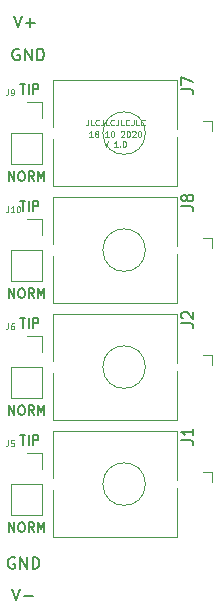
<source format=gbr>
%TF.GenerationSoftware,KiCad,Pcbnew,(5.1.6)-1*%
%TF.CreationDate,2020-10-18T20:28:26+13:00*%
%TF.ProjectId,Jacks onboard,4a61636b-7320-46f6-9e62-6f6172642e6b,rev?*%
%TF.SameCoordinates,Original*%
%TF.FileFunction,Legend,Top*%
%TF.FilePolarity,Positive*%
%FSLAX46Y46*%
G04 Gerber Fmt 4.6, Leading zero omitted, Abs format (unit mm)*
G04 Created by KiCad (PCBNEW (5.1.6)-1) date 2020-10-18 20:28:26*
%MOMM*%
%LPD*%
G01*
G04 APERTURE LIST*
%ADD10C,0.100000*%
%ADD11C,0.150000*%
%ADD12C,0.120000*%
%ADD13C,0.125000*%
G04 APERTURE END LIST*
D10*
X180095238Y-60401190D02*
X179809523Y-60401190D01*
X179952380Y-60401190D02*
X179952380Y-59901190D01*
X179904761Y-59972619D01*
X179857142Y-60020238D01*
X179809523Y-60044047D01*
X180380952Y-60115476D02*
X180333333Y-60091666D01*
X180309523Y-60067857D01*
X180285714Y-60020238D01*
X180285714Y-59996428D01*
X180309523Y-59948809D01*
X180333333Y-59925000D01*
X180380952Y-59901190D01*
X180476190Y-59901190D01*
X180523809Y-59925000D01*
X180547619Y-59948809D01*
X180571428Y-59996428D01*
X180571428Y-60020238D01*
X180547619Y-60067857D01*
X180523809Y-60091666D01*
X180476190Y-60115476D01*
X180380952Y-60115476D01*
X180333333Y-60139285D01*
X180309523Y-60163095D01*
X180285714Y-60210714D01*
X180285714Y-60305952D01*
X180309523Y-60353571D01*
X180333333Y-60377380D01*
X180380952Y-60401190D01*
X180476190Y-60401190D01*
X180523809Y-60377380D01*
X180547619Y-60353571D01*
X180571428Y-60305952D01*
X180571428Y-60210714D01*
X180547619Y-60163095D01*
X180523809Y-60139285D01*
X180476190Y-60115476D01*
X181428571Y-60401190D02*
X181142857Y-60401190D01*
X181285714Y-60401190D02*
X181285714Y-59901190D01*
X181238095Y-59972619D01*
X181190476Y-60020238D01*
X181142857Y-60044047D01*
X181738095Y-59901190D02*
X181785714Y-59901190D01*
X181833333Y-59925000D01*
X181857142Y-59948809D01*
X181880952Y-59996428D01*
X181904761Y-60091666D01*
X181904761Y-60210714D01*
X181880952Y-60305952D01*
X181857142Y-60353571D01*
X181833333Y-60377380D01*
X181785714Y-60401190D01*
X181738095Y-60401190D01*
X181690476Y-60377380D01*
X181666666Y-60353571D01*
X181642857Y-60305952D01*
X181619047Y-60210714D01*
X181619047Y-60091666D01*
X181642857Y-59996428D01*
X181666666Y-59948809D01*
X181690476Y-59925000D01*
X181738095Y-59901190D01*
X182476190Y-59948809D02*
X182500000Y-59925000D01*
X182547619Y-59901190D01*
X182666666Y-59901190D01*
X182714285Y-59925000D01*
X182738095Y-59948809D01*
X182761904Y-59996428D01*
X182761904Y-60044047D01*
X182738095Y-60115476D01*
X182452380Y-60401190D01*
X182761904Y-60401190D01*
X183071428Y-59901190D02*
X183119047Y-59901190D01*
X183166666Y-59925000D01*
X183190476Y-59948809D01*
X183214285Y-59996428D01*
X183238095Y-60091666D01*
X183238095Y-60210714D01*
X183214285Y-60305952D01*
X183190476Y-60353571D01*
X183166666Y-60377380D01*
X183119047Y-60401190D01*
X183071428Y-60401190D01*
X183023809Y-60377380D01*
X183000000Y-60353571D01*
X182976190Y-60305952D01*
X182952380Y-60210714D01*
X182952380Y-60091666D01*
X182976190Y-59996428D01*
X183000000Y-59948809D01*
X183023809Y-59925000D01*
X183071428Y-59901190D01*
X183428571Y-59948809D02*
X183452380Y-59925000D01*
X183500000Y-59901190D01*
X183619047Y-59901190D01*
X183666666Y-59925000D01*
X183690476Y-59948809D01*
X183714285Y-59996428D01*
X183714285Y-60044047D01*
X183690476Y-60115476D01*
X183404761Y-60401190D01*
X183714285Y-60401190D01*
X184023809Y-59901190D02*
X184071428Y-59901190D01*
X184119047Y-59925000D01*
X184142857Y-59948809D01*
X184166666Y-59996428D01*
X184190476Y-60091666D01*
X184190476Y-60210714D01*
X184166666Y-60305952D01*
X184142857Y-60353571D01*
X184119047Y-60377380D01*
X184071428Y-60401190D01*
X184023809Y-60401190D01*
X183976190Y-60377380D01*
X183952380Y-60353571D01*
X183928571Y-60305952D01*
X183904761Y-60210714D01*
X183904761Y-60091666D01*
X183928571Y-59996428D01*
X183952380Y-59948809D01*
X183976190Y-59925000D01*
X184023809Y-59901190D01*
X181047619Y-60751190D02*
X181214285Y-61251190D01*
X181380952Y-60751190D01*
X182190476Y-61251190D02*
X181904761Y-61251190D01*
X182047619Y-61251190D02*
X182047619Y-60751190D01*
X182000000Y-60822619D01*
X181952380Y-60870238D01*
X181904761Y-60894047D01*
X182404761Y-61203571D02*
X182428571Y-61227380D01*
X182404761Y-61251190D01*
X182380952Y-61227380D01*
X182404761Y-61203571D01*
X182404761Y-61251190D01*
X182738095Y-60751190D02*
X182785714Y-60751190D01*
X182833333Y-60775000D01*
X182857142Y-60798809D01*
X182880952Y-60846428D01*
X182904761Y-60941666D01*
X182904761Y-61060714D01*
X182880952Y-61155952D01*
X182857142Y-61203571D01*
X182833333Y-61227380D01*
X182785714Y-61251190D01*
X182738095Y-61251190D01*
X182690476Y-61227380D01*
X182666666Y-61203571D01*
X182642857Y-61155952D01*
X182619047Y-61060714D01*
X182619047Y-60941666D01*
X182642857Y-60846428D01*
X182666666Y-60798809D01*
X182690476Y-60775000D01*
X182738095Y-60751190D01*
X179690476Y-58926190D02*
X179690476Y-59283333D01*
X179666666Y-59354761D01*
X179619047Y-59402380D01*
X179547619Y-59426190D01*
X179500000Y-59426190D01*
X180166666Y-59426190D02*
X179928571Y-59426190D01*
X179928571Y-58926190D01*
X180619047Y-59378571D02*
X180595238Y-59402380D01*
X180523809Y-59426190D01*
X180476190Y-59426190D01*
X180404761Y-59402380D01*
X180357142Y-59354761D01*
X180333333Y-59307142D01*
X180309523Y-59211904D01*
X180309523Y-59140476D01*
X180333333Y-59045238D01*
X180357142Y-58997619D01*
X180404761Y-58950000D01*
X180476190Y-58926190D01*
X180523809Y-58926190D01*
X180595238Y-58950000D01*
X180619047Y-58973809D01*
X180976190Y-58926190D02*
X180976190Y-59283333D01*
X180952380Y-59354761D01*
X180904761Y-59402380D01*
X180833333Y-59426190D01*
X180785714Y-59426190D01*
X181452380Y-59426190D02*
X181214285Y-59426190D01*
X181214285Y-58926190D01*
X181904761Y-59378571D02*
X181880952Y-59402380D01*
X181809523Y-59426190D01*
X181761904Y-59426190D01*
X181690476Y-59402380D01*
X181642857Y-59354761D01*
X181619047Y-59307142D01*
X181595238Y-59211904D01*
X181595238Y-59140476D01*
X181619047Y-59045238D01*
X181642857Y-58997619D01*
X181690476Y-58950000D01*
X181761904Y-58926190D01*
X181809523Y-58926190D01*
X181880952Y-58950000D01*
X181904761Y-58973809D01*
X182261904Y-58926190D02*
X182261904Y-59283333D01*
X182238095Y-59354761D01*
X182190476Y-59402380D01*
X182119047Y-59426190D01*
X182071428Y-59426190D01*
X182738095Y-59426190D02*
X182500000Y-59426190D01*
X182500000Y-58926190D01*
X183190476Y-59378571D02*
X183166666Y-59402380D01*
X183095238Y-59426190D01*
X183047619Y-59426190D01*
X182976190Y-59402380D01*
X182928571Y-59354761D01*
X182904761Y-59307142D01*
X182880952Y-59211904D01*
X182880952Y-59140476D01*
X182904761Y-59045238D01*
X182928571Y-58997619D01*
X182976190Y-58950000D01*
X183047619Y-58926190D01*
X183095238Y-58926190D01*
X183166666Y-58950000D01*
X183190476Y-58973809D01*
X183547619Y-58926190D02*
X183547619Y-59283333D01*
X183523809Y-59354761D01*
X183476190Y-59402380D01*
X183404761Y-59426190D01*
X183357142Y-59426190D01*
X184023809Y-59426190D02*
X183785714Y-59426190D01*
X183785714Y-58926190D01*
X184476190Y-59378571D02*
X184452380Y-59402380D01*
X184380952Y-59426190D01*
X184333333Y-59426190D01*
X184261904Y-59402380D01*
X184214285Y-59354761D01*
X184190476Y-59307142D01*
X184166666Y-59211904D01*
X184166666Y-59140476D01*
X184190476Y-59045238D01*
X184214285Y-58997619D01*
X184261904Y-58950000D01*
X184333333Y-58926190D01*
X184380952Y-58926190D01*
X184452380Y-58950000D01*
X184476190Y-58973809D01*
D11*
X173291619Y-98639380D02*
X173624952Y-99639380D01*
X173958285Y-98639380D01*
X174291619Y-99258428D02*
X175053523Y-99258428D01*
X173482095Y-96020000D02*
X173386857Y-95972380D01*
X173244000Y-95972380D01*
X173101142Y-96020000D01*
X173005904Y-96115238D01*
X172958285Y-96210476D01*
X172910666Y-96400952D01*
X172910666Y-96543809D01*
X172958285Y-96734285D01*
X173005904Y-96829523D01*
X173101142Y-96924761D01*
X173244000Y-96972380D01*
X173339238Y-96972380D01*
X173482095Y-96924761D01*
X173529714Y-96877142D01*
X173529714Y-96543809D01*
X173339238Y-96543809D01*
X173958285Y-96972380D02*
X173958285Y-95972380D01*
X174529714Y-96972380D01*
X174529714Y-95972380D01*
X175005904Y-96972380D02*
X175005904Y-95972380D01*
X175244000Y-95972380D01*
X175386857Y-96020000D01*
X175482095Y-96115238D01*
X175529714Y-96210476D01*
X175577333Y-96400952D01*
X175577333Y-96543809D01*
X175529714Y-96734285D01*
X175482095Y-96829523D01*
X175386857Y-96924761D01*
X175244000Y-96972380D01*
X175005904Y-96972380D01*
X173418619Y-50125380D02*
X173751952Y-51125380D01*
X174085285Y-50125380D01*
X174418619Y-50744428D02*
X175180523Y-50744428D01*
X174799571Y-51125380D02*
X174799571Y-50363476D01*
X173863095Y-52967000D02*
X173767857Y-52919380D01*
X173625000Y-52919380D01*
X173482142Y-52967000D01*
X173386904Y-53062238D01*
X173339285Y-53157476D01*
X173291666Y-53347952D01*
X173291666Y-53490809D01*
X173339285Y-53681285D01*
X173386904Y-53776523D01*
X173482142Y-53871761D01*
X173625000Y-53919380D01*
X173720238Y-53919380D01*
X173863095Y-53871761D01*
X173910714Y-53824142D01*
X173910714Y-53490809D01*
X173720238Y-53490809D01*
X174339285Y-53919380D02*
X174339285Y-52919380D01*
X174910714Y-53919380D01*
X174910714Y-52919380D01*
X175386904Y-53919380D02*
X175386904Y-52919380D01*
X175625000Y-52919380D01*
X175767857Y-52967000D01*
X175863095Y-53062238D01*
X175910714Y-53157476D01*
X175958333Y-53347952D01*
X175958333Y-53490809D01*
X175910714Y-53681285D01*
X175863095Y-53776523D01*
X175767857Y-53871761D01*
X175625000Y-53919380D01*
X175386904Y-53919380D01*
X173932952Y-55949904D02*
X174390095Y-55949904D01*
X174161523Y-56749904D02*
X174161523Y-55949904D01*
X174656761Y-56749904D02*
X174656761Y-55949904D01*
X175037714Y-56749904D02*
X175037714Y-55949904D01*
X175342476Y-55949904D01*
X175418666Y-55988000D01*
X175456761Y-56026095D01*
X175494857Y-56102285D01*
X175494857Y-56216571D01*
X175456761Y-56292761D01*
X175418666Y-56330857D01*
X175342476Y-56368952D01*
X175037714Y-56368952D01*
X172993238Y-64115904D02*
X172993238Y-63315904D01*
X173450380Y-64115904D01*
X173450380Y-63315904D01*
X173983714Y-63315904D02*
X174136095Y-63315904D01*
X174212285Y-63354000D01*
X174288476Y-63430190D01*
X174326571Y-63582571D01*
X174326571Y-63849238D01*
X174288476Y-64001619D01*
X174212285Y-64077809D01*
X174136095Y-64115904D01*
X173983714Y-64115904D01*
X173907523Y-64077809D01*
X173831333Y-64001619D01*
X173793238Y-63849238D01*
X173793238Y-63582571D01*
X173831333Y-63430190D01*
X173907523Y-63354000D01*
X173983714Y-63315904D01*
X175126571Y-64115904D02*
X174859904Y-63734952D01*
X174669428Y-64115904D02*
X174669428Y-63315904D01*
X174974190Y-63315904D01*
X175050380Y-63354000D01*
X175088476Y-63392095D01*
X175126571Y-63468285D01*
X175126571Y-63582571D01*
X175088476Y-63658761D01*
X175050380Y-63696857D01*
X174974190Y-63734952D01*
X174669428Y-63734952D01*
X175469428Y-64115904D02*
X175469428Y-63315904D01*
X175736095Y-63887333D01*
X176002761Y-63315904D01*
X176002761Y-64115904D01*
X173932952Y-65855904D02*
X174390095Y-65855904D01*
X174161523Y-66655904D02*
X174161523Y-65855904D01*
X174656761Y-66655904D02*
X174656761Y-65855904D01*
X175037714Y-66655904D02*
X175037714Y-65855904D01*
X175342476Y-65855904D01*
X175418666Y-65894000D01*
X175456761Y-65932095D01*
X175494857Y-66008285D01*
X175494857Y-66122571D01*
X175456761Y-66198761D01*
X175418666Y-66236857D01*
X175342476Y-66274952D01*
X175037714Y-66274952D01*
X172993238Y-74021904D02*
X172993238Y-73221904D01*
X173450380Y-74021904D01*
X173450380Y-73221904D01*
X173983714Y-73221904D02*
X174136095Y-73221904D01*
X174212285Y-73260000D01*
X174288476Y-73336190D01*
X174326571Y-73488571D01*
X174326571Y-73755238D01*
X174288476Y-73907619D01*
X174212285Y-73983809D01*
X174136095Y-74021904D01*
X173983714Y-74021904D01*
X173907523Y-73983809D01*
X173831333Y-73907619D01*
X173793238Y-73755238D01*
X173793238Y-73488571D01*
X173831333Y-73336190D01*
X173907523Y-73260000D01*
X173983714Y-73221904D01*
X175126571Y-74021904D02*
X174859904Y-73640952D01*
X174669428Y-74021904D02*
X174669428Y-73221904D01*
X174974190Y-73221904D01*
X175050380Y-73260000D01*
X175088476Y-73298095D01*
X175126571Y-73374285D01*
X175126571Y-73488571D01*
X175088476Y-73564761D01*
X175050380Y-73602857D01*
X174974190Y-73640952D01*
X174669428Y-73640952D01*
X175469428Y-74021904D02*
X175469428Y-73221904D01*
X175736095Y-73793333D01*
X176002761Y-73221904D01*
X176002761Y-74021904D01*
X173932952Y-75761904D02*
X174390095Y-75761904D01*
X174161523Y-76561904D02*
X174161523Y-75761904D01*
X174656761Y-76561904D02*
X174656761Y-75761904D01*
X175037714Y-76561904D02*
X175037714Y-75761904D01*
X175342476Y-75761904D01*
X175418666Y-75800000D01*
X175456761Y-75838095D01*
X175494857Y-75914285D01*
X175494857Y-76028571D01*
X175456761Y-76104761D01*
X175418666Y-76142857D01*
X175342476Y-76180952D01*
X175037714Y-76180952D01*
X172993238Y-83927904D02*
X172993238Y-83127904D01*
X173450380Y-83927904D01*
X173450380Y-83127904D01*
X173983714Y-83127904D02*
X174136095Y-83127904D01*
X174212285Y-83166000D01*
X174288476Y-83242190D01*
X174326571Y-83394571D01*
X174326571Y-83661238D01*
X174288476Y-83813619D01*
X174212285Y-83889809D01*
X174136095Y-83927904D01*
X173983714Y-83927904D01*
X173907523Y-83889809D01*
X173831333Y-83813619D01*
X173793238Y-83661238D01*
X173793238Y-83394571D01*
X173831333Y-83242190D01*
X173907523Y-83166000D01*
X173983714Y-83127904D01*
X175126571Y-83927904D02*
X174859904Y-83546952D01*
X174669428Y-83927904D02*
X174669428Y-83127904D01*
X174974190Y-83127904D01*
X175050380Y-83166000D01*
X175088476Y-83204095D01*
X175126571Y-83280285D01*
X175126571Y-83394571D01*
X175088476Y-83470761D01*
X175050380Y-83508857D01*
X174974190Y-83546952D01*
X174669428Y-83546952D01*
X175469428Y-83927904D02*
X175469428Y-83127904D01*
X175736095Y-83699333D01*
X176002761Y-83127904D01*
X176002761Y-83927904D01*
X172993238Y-93833904D02*
X172993238Y-93033904D01*
X173450380Y-93833904D01*
X173450380Y-93033904D01*
X173983714Y-93033904D02*
X174136095Y-93033904D01*
X174212285Y-93072000D01*
X174288476Y-93148190D01*
X174326571Y-93300571D01*
X174326571Y-93567238D01*
X174288476Y-93719619D01*
X174212285Y-93795809D01*
X174136095Y-93833904D01*
X173983714Y-93833904D01*
X173907523Y-93795809D01*
X173831333Y-93719619D01*
X173793238Y-93567238D01*
X173793238Y-93300571D01*
X173831333Y-93148190D01*
X173907523Y-93072000D01*
X173983714Y-93033904D01*
X175126571Y-93833904D02*
X174859904Y-93452952D01*
X174669428Y-93833904D02*
X174669428Y-93033904D01*
X174974190Y-93033904D01*
X175050380Y-93072000D01*
X175088476Y-93110095D01*
X175126571Y-93186285D01*
X175126571Y-93300571D01*
X175088476Y-93376761D01*
X175050380Y-93414857D01*
X174974190Y-93452952D01*
X174669428Y-93452952D01*
X175469428Y-93833904D02*
X175469428Y-93033904D01*
X175736095Y-93605333D01*
X176002761Y-93033904D01*
X176002761Y-93833904D01*
X173932952Y-85667904D02*
X174390095Y-85667904D01*
X174161523Y-86467904D02*
X174161523Y-85667904D01*
X174656761Y-86467904D02*
X174656761Y-85667904D01*
X175037714Y-86467904D02*
X175037714Y-85667904D01*
X175342476Y-85667904D01*
X175418666Y-85706000D01*
X175456761Y-85744095D01*
X175494857Y-85820285D01*
X175494857Y-85934571D01*
X175456761Y-86010761D01*
X175418666Y-86048857D01*
X175342476Y-86086952D01*
X175037714Y-86086952D01*
D12*
%TO.C,J5*%
X174498000Y-87189000D02*
X175828000Y-87189000D01*
X175828000Y-87189000D02*
X175828000Y-88519000D01*
X175828000Y-89789000D02*
X175828000Y-92389000D01*
X173168000Y-92389000D02*
X175828000Y-92389000D01*
X173168000Y-89789000D02*
X173168000Y-92389000D01*
X173168000Y-89789000D02*
X175828000Y-89789000D01*
%TO.C,J6*%
X173168000Y-79883000D02*
X175828000Y-79883000D01*
X173168000Y-79883000D02*
X173168000Y-82483000D01*
X173168000Y-82483000D02*
X175828000Y-82483000D01*
X175828000Y-79883000D02*
X175828000Y-82483000D01*
X175828000Y-77283000D02*
X175828000Y-78613000D01*
X174498000Y-77283000D02*
X175828000Y-77283000D01*
%TO.C,J7*%
X190230000Y-59011000D02*
X190230000Y-59871000D01*
X190230000Y-59011000D02*
X189430000Y-59011000D01*
X184550000Y-60071000D02*
G75*
G03*
X184550000Y-60071000I-1800000J0D01*
G01*
X187250000Y-59721000D02*
X187250000Y-55571000D01*
X187250000Y-64571000D02*
X187250000Y-60421000D01*
X176750000Y-59571000D02*
X176750000Y-55571000D01*
X176750000Y-64571000D02*
X176750000Y-60571000D01*
X187250000Y-64571000D02*
X176750000Y-64571000D01*
X187250000Y-55571000D02*
X176750000Y-55571000D01*
%TO.C,J8*%
X187250000Y-65477000D02*
X176750000Y-65477000D01*
X187250000Y-74477000D02*
X176750000Y-74477000D01*
X176750000Y-74477000D02*
X176750000Y-70477000D01*
X176750000Y-69477000D02*
X176750000Y-65477000D01*
X187250000Y-74477000D02*
X187250000Y-70327000D01*
X187250000Y-69627000D02*
X187250000Y-65477000D01*
X184550000Y-69977000D02*
G75*
G03*
X184550000Y-69977000I-1800000J0D01*
G01*
X190230000Y-68917000D02*
X189430000Y-68917000D01*
X190230000Y-68917000D02*
X190230000Y-69777000D01*
%TO.C,J9*%
X174498000Y-57471000D02*
X175828000Y-57471000D01*
X175828000Y-57471000D02*
X175828000Y-58801000D01*
X175828000Y-60071000D02*
X175828000Y-62671000D01*
X173168000Y-62671000D02*
X175828000Y-62671000D01*
X173168000Y-60071000D02*
X173168000Y-62671000D01*
X173168000Y-60071000D02*
X175828000Y-60071000D01*
%TO.C,J10*%
X173168000Y-69977000D02*
X175828000Y-69977000D01*
X173168000Y-69977000D02*
X173168000Y-72577000D01*
X173168000Y-72577000D02*
X175828000Y-72577000D01*
X175828000Y-69977000D02*
X175828000Y-72577000D01*
X175828000Y-67377000D02*
X175828000Y-68707000D01*
X174498000Y-67377000D02*
X175828000Y-67377000D01*
%TO.C,J1*%
X190230000Y-88729000D02*
X190230000Y-89589000D01*
X190230000Y-88729000D02*
X189430000Y-88729000D01*
X184550000Y-89789000D02*
G75*
G03*
X184550000Y-89789000I-1800000J0D01*
G01*
X187250000Y-89439000D02*
X187250000Y-85289000D01*
X187250000Y-94289000D02*
X187250000Y-90139000D01*
X176750000Y-89289000D02*
X176750000Y-85289000D01*
X176750000Y-94289000D02*
X176750000Y-90289000D01*
X187250000Y-94289000D02*
X176750000Y-94289000D01*
X187250000Y-85289000D02*
X176750000Y-85289000D01*
%TO.C,J2*%
X187250000Y-75383000D02*
X176750000Y-75383000D01*
X187250000Y-84383000D02*
X176750000Y-84383000D01*
X176750000Y-84383000D02*
X176750000Y-80383000D01*
X176750000Y-79383000D02*
X176750000Y-75383000D01*
X187250000Y-84383000D02*
X187250000Y-80233000D01*
X187250000Y-79533000D02*
X187250000Y-75383000D01*
X184550000Y-79883000D02*
G75*
G03*
X184550000Y-79883000I-1800000J0D01*
G01*
X190230000Y-78823000D02*
X189430000Y-78823000D01*
X190230000Y-78823000D02*
X190230000Y-79683000D01*
%TO.C,J5*%
D13*
X172934333Y-86086190D02*
X172934333Y-86443333D01*
X172910523Y-86514761D01*
X172862904Y-86562380D01*
X172791476Y-86586190D01*
X172743857Y-86586190D01*
X173410523Y-86086190D02*
X173172428Y-86086190D01*
X173148619Y-86324285D01*
X173172428Y-86300476D01*
X173220047Y-86276666D01*
X173339095Y-86276666D01*
X173386714Y-86300476D01*
X173410523Y-86324285D01*
X173434333Y-86371904D01*
X173434333Y-86490952D01*
X173410523Y-86538571D01*
X173386714Y-86562380D01*
X173339095Y-86586190D01*
X173220047Y-86586190D01*
X173172428Y-86562380D01*
X173148619Y-86538571D01*
%TO.C,J6*%
X172934333Y-76180190D02*
X172934333Y-76537333D01*
X172910523Y-76608761D01*
X172862904Y-76656380D01*
X172791476Y-76680190D01*
X172743857Y-76680190D01*
X173386714Y-76180190D02*
X173291476Y-76180190D01*
X173243857Y-76204000D01*
X173220047Y-76227809D01*
X173172428Y-76299238D01*
X173148619Y-76394476D01*
X173148619Y-76584952D01*
X173172428Y-76632571D01*
X173196238Y-76656380D01*
X173243857Y-76680190D01*
X173339095Y-76680190D01*
X173386714Y-76656380D01*
X173410523Y-76632571D01*
X173434333Y-76584952D01*
X173434333Y-76465904D01*
X173410523Y-76418285D01*
X173386714Y-76394476D01*
X173339095Y-76370666D01*
X173243857Y-76370666D01*
X173196238Y-76394476D01*
X173172428Y-76418285D01*
X173148619Y-76465904D01*
%TO.C,J7*%
D11*
X187602380Y-56374333D02*
X188316666Y-56374333D01*
X188459523Y-56421952D01*
X188554761Y-56517190D01*
X188602380Y-56660047D01*
X188602380Y-56755285D01*
X187602380Y-55993380D02*
X187602380Y-55326714D01*
X188602380Y-55755285D01*
%TO.C,J8*%
X187602380Y-66280333D02*
X188316666Y-66280333D01*
X188459523Y-66327952D01*
X188554761Y-66423190D01*
X188602380Y-66566047D01*
X188602380Y-66661285D01*
X188030952Y-65661285D02*
X187983333Y-65756523D01*
X187935714Y-65804142D01*
X187840476Y-65851761D01*
X187792857Y-65851761D01*
X187697619Y-65804142D01*
X187650000Y-65756523D01*
X187602380Y-65661285D01*
X187602380Y-65470809D01*
X187650000Y-65375571D01*
X187697619Y-65327952D01*
X187792857Y-65280333D01*
X187840476Y-65280333D01*
X187935714Y-65327952D01*
X187983333Y-65375571D01*
X188030952Y-65470809D01*
X188030952Y-65661285D01*
X188078571Y-65756523D01*
X188126190Y-65804142D01*
X188221428Y-65851761D01*
X188411904Y-65851761D01*
X188507142Y-65804142D01*
X188554761Y-65756523D01*
X188602380Y-65661285D01*
X188602380Y-65470809D01*
X188554761Y-65375571D01*
X188507142Y-65327952D01*
X188411904Y-65280333D01*
X188221428Y-65280333D01*
X188126190Y-65327952D01*
X188078571Y-65375571D01*
X188030952Y-65470809D01*
%TO.C,J9*%
D13*
X172934333Y-56368190D02*
X172934333Y-56725333D01*
X172910523Y-56796761D01*
X172862904Y-56844380D01*
X172791476Y-56868190D01*
X172743857Y-56868190D01*
X173196238Y-56868190D02*
X173291476Y-56868190D01*
X173339095Y-56844380D01*
X173362904Y-56820571D01*
X173410523Y-56749142D01*
X173434333Y-56653904D01*
X173434333Y-56463428D01*
X173410523Y-56415809D01*
X173386714Y-56392000D01*
X173339095Y-56368190D01*
X173243857Y-56368190D01*
X173196238Y-56392000D01*
X173172428Y-56415809D01*
X173148619Y-56463428D01*
X173148619Y-56582476D01*
X173172428Y-56630095D01*
X173196238Y-56653904D01*
X173243857Y-56677714D01*
X173339095Y-56677714D01*
X173386714Y-56653904D01*
X173410523Y-56630095D01*
X173434333Y-56582476D01*
%TO.C,J10*%
X172950238Y-66274190D02*
X172950238Y-66631333D01*
X172926428Y-66702761D01*
X172878809Y-66750380D01*
X172807380Y-66774190D01*
X172759761Y-66774190D01*
X173450238Y-66774190D02*
X173164523Y-66774190D01*
X173307380Y-66774190D02*
X173307380Y-66274190D01*
X173259761Y-66345619D01*
X173212142Y-66393238D01*
X173164523Y-66417047D01*
X173759761Y-66274190D02*
X173807380Y-66274190D01*
X173855000Y-66298000D01*
X173878809Y-66321809D01*
X173902619Y-66369428D01*
X173926428Y-66464666D01*
X173926428Y-66583714D01*
X173902619Y-66678952D01*
X173878809Y-66726571D01*
X173855000Y-66750380D01*
X173807380Y-66774190D01*
X173759761Y-66774190D01*
X173712142Y-66750380D01*
X173688333Y-66726571D01*
X173664523Y-66678952D01*
X173640714Y-66583714D01*
X173640714Y-66464666D01*
X173664523Y-66369428D01*
X173688333Y-66321809D01*
X173712142Y-66298000D01*
X173759761Y-66274190D01*
%TO.C,J1*%
D11*
X187602380Y-86092333D02*
X188316666Y-86092333D01*
X188459523Y-86139952D01*
X188554761Y-86235190D01*
X188602380Y-86378047D01*
X188602380Y-86473285D01*
X188602380Y-85092333D02*
X188602380Y-85663761D01*
X188602380Y-85378047D02*
X187602380Y-85378047D01*
X187745238Y-85473285D01*
X187840476Y-85568523D01*
X187888095Y-85663761D01*
%TO.C,J2*%
X187602380Y-76186333D02*
X188316666Y-76186333D01*
X188459523Y-76233952D01*
X188554761Y-76329190D01*
X188602380Y-76472047D01*
X188602380Y-76567285D01*
X187697619Y-75757761D02*
X187650000Y-75710142D01*
X187602380Y-75614904D01*
X187602380Y-75376809D01*
X187650000Y-75281571D01*
X187697619Y-75233952D01*
X187792857Y-75186333D01*
X187888095Y-75186333D01*
X188030952Y-75233952D01*
X188602380Y-75805380D01*
X188602380Y-75186333D01*
%TD*%
M02*

</source>
